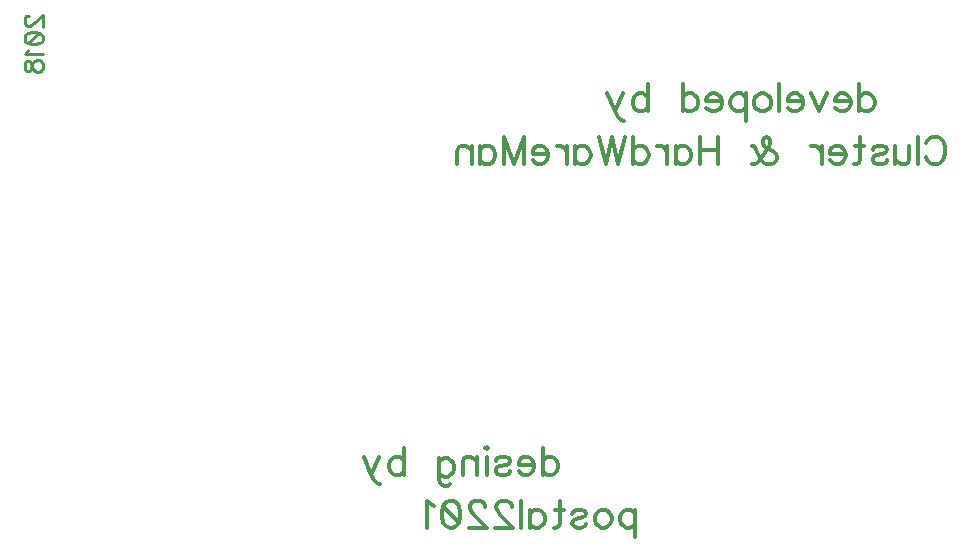
<source format=gbo>
G04 DipTrace 3.2.0.1*
G04 bottom_silk.gbo*
%MOIN*%
G04 #@! TF.FileFunction,Legend,Bot*
G04 #@! TF.Part,Single*
%ADD42C,0.013895*%
%ADD43C,0.009264*%
%FSLAX26Y26*%
G04*
G70*
G90*
G75*
G01*
G04 BotSilk*
%LPD*%
X3257640Y2182623D2*
D42*
Y2092191D1*
Y2139546D2*
X3266196Y2148201D1*
X3274851Y2152479D1*
X3287784D1*
X3296340Y2148201D1*
X3304995Y2139546D1*
X3309273Y2126613D1*
Y2118057D1*
X3304995Y2105124D1*
X3296340Y2096568D1*
X3287784Y2092191D1*
X3274851D1*
X3266196Y2096568D1*
X3257640Y2105124D1*
X3229849Y2126613D2*
X3178216D1*
Y2135268D1*
X3182494Y2143923D1*
X3186772Y2148201D1*
X3195427Y2152479D1*
X3208360D1*
X3216916Y2148201D1*
X3225571Y2139546D1*
X3229849Y2126613D1*
Y2118057D1*
X3225571Y2105124D1*
X3216916Y2096568D1*
X3208360Y2092191D1*
X3195427D1*
X3186772Y2096568D1*
X3178216Y2105124D1*
X3150426Y2152479D2*
X3124560Y2092191D1*
X3098793Y2152479D1*
X3071002Y2126613D2*
X3019369D1*
Y2135268D1*
X3023647Y2143923D1*
X3027925Y2148201D1*
X3036580Y2152479D1*
X3049513D1*
X3058069Y2148201D1*
X3066724Y2139546D1*
X3071002Y2126613D1*
Y2118057D1*
X3066724Y2105124D1*
X3058069Y2096568D1*
X3049513Y2092191D1*
X3036580D1*
X3027925Y2096568D1*
X3019369Y2105124D1*
X2991579Y2182623D2*
Y2092191D1*
X2942299Y2152479D2*
X2950855Y2148201D1*
X2959510Y2139546D1*
X2963788Y2126613D1*
Y2118057D1*
X2959510Y2105124D1*
X2950855Y2096568D1*
X2942299Y2092191D1*
X2929366D1*
X2920711Y2096568D1*
X2912155Y2105124D1*
X2907778Y2118057D1*
Y2126613D1*
X2912155Y2139546D1*
X2920711Y2148201D1*
X2929366Y2152479D1*
X2942299D1*
X2879987D2*
Y2062047D1*
Y2139546D2*
X2871332Y2148101D1*
X2862776Y2152479D1*
X2849843D1*
X2841188Y2148101D1*
X2832632Y2139546D1*
X2828255Y2126613D1*
Y2117957D1*
X2832632Y2105124D1*
X2841188Y2096469D1*
X2849843Y2092191D1*
X2862776D1*
X2871332Y2096469D1*
X2879987Y2105124D1*
X2800464Y2126613D2*
X2748832D1*
Y2135268D1*
X2753110Y2143923D1*
X2757387Y2148201D1*
X2766043Y2152479D1*
X2778976D1*
X2787531Y2148201D1*
X2796187Y2139546D1*
X2800464Y2126613D1*
Y2118057D1*
X2796187Y2105124D1*
X2787531Y2096568D1*
X2778976Y2092191D1*
X2766043D1*
X2757387Y2096568D1*
X2748832Y2105124D1*
X2669408Y2182623D2*
Y2092191D1*
Y2139546D2*
X2677964Y2148201D1*
X2686619Y2152479D1*
X2699552D1*
X2708108Y2148201D1*
X2716763Y2139546D1*
X2721041Y2126613D1*
Y2118057D1*
X2716763Y2105124D1*
X2708108Y2096568D1*
X2699552Y2092191D1*
X2686619D1*
X2677964Y2096568D1*
X2669408Y2105124D1*
X2554136Y2182623D2*
Y2092191D1*
Y2139546D2*
X2545481Y2148201D1*
X2536925Y2152479D1*
X2523992D1*
X2515436Y2148201D1*
X2506781Y2139546D1*
X2502503Y2126613D1*
Y2118057D1*
X2506781Y2105124D1*
X2515436Y2096568D1*
X2523992Y2092191D1*
X2536925D1*
X2545481Y2096568D1*
X2554136Y2105124D1*
X2470335Y2152479D2*
X2444568Y2092191D1*
X2453124Y2074980D1*
X2461779Y2066324D1*
X2470335Y2062047D1*
X2474712D1*
X2418702Y2152479D2*
X2444568Y2092191D1*
X3480808Y1986134D2*
X3485085Y1994690D1*
X3493741Y2003345D1*
X3502296Y2007623D1*
X3519507D1*
X3528162Y2003345D1*
X3536718Y1994690D1*
X3541096Y1986134D1*
X3545373Y1973201D1*
Y1951613D1*
X3541096Y1938779D1*
X3536718Y1930124D1*
X3528162Y1921568D1*
X3519507Y1917191D1*
X3502296D1*
X3493741Y1921568D1*
X3485085Y1930124D1*
X3480808Y1938779D1*
X3453017Y2007623D2*
Y1917191D1*
X3425226Y1977479D2*
Y1934402D1*
X3420948Y1921568D1*
X3412293Y1917191D1*
X3399360D1*
X3390804Y1921568D1*
X3377871Y1934402D1*
Y1977479D2*
Y1917191D1*
X3302726Y1964546D2*
X3307004Y1973201D1*
X3319937Y1977479D1*
X3332870D1*
X3345803Y1973201D1*
X3350081Y1964546D1*
X3345803Y1955990D1*
X3337148Y1951613D1*
X3315659Y1947335D1*
X3307004Y1943057D1*
X3302726Y1934402D1*
Y1930124D1*
X3307004Y1921568D1*
X3319937Y1917191D1*
X3332870D1*
X3345803Y1921568D1*
X3350081Y1930124D1*
X3262002Y2007623D2*
Y1934402D1*
X3257724Y1921568D1*
X3249069Y1917191D1*
X3240513D1*
X3274935Y1977479D2*
X3244791D1*
X3212723Y1951613D2*
X3161090D1*
Y1960268D1*
X3165368Y1968923D1*
X3169645Y1973201D1*
X3178301Y1977479D1*
X3191234D1*
X3199790Y1973201D1*
X3208445Y1964546D1*
X3212723Y1951613D1*
Y1943057D1*
X3208445Y1930124D1*
X3199790Y1921568D1*
X3191234Y1917191D1*
X3178301D1*
X3169645Y1921568D1*
X3161090Y1930124D1*
X3133299Y1977479D2*
Y1917191D1*
Y1951613D2*
X3128922Y1964546D1*
X3120366Y1973201D1*
X3111711Y1977479D1*
X3098778D1*
X2901729D2*
X2906106D1*
X2910384Y1973101D1*
X2914662Y1964546D1*
X2923317Y1943057D1*
X2931873Y1930124D1*
X2940428Y1921469D1*
X2949084Y1917191D1*
X2966294D1*
X2974850Y1921469D1*
X2979228Y1925846D1*
X2983505Y1934402D1*
Y1943057D1*
X2979228Y1951613D1*
X2974850Y1955890D1*
X2944806Y1973101D1*
X2940428Y1977479D1*
X2936150Y1986034D1*
Y1994690D1*
X2940428Y2003245D1*
X2949084Y2007523D1*
X2957639Y2003245D1*
X2962017Y1994690D1*
Y1986034D1*
X2957639Y1973101D1*
X2949084Y1960268D1*
X2927595Y1930124D1*
X2918940Y1921469D1*
X2910384Y1917191D1*
X2901729D1*
X2786456Y2007623D2*
Y1917191D1*
X2726168Y2007623D2*
Y1917191D1*
X2786456Y1964546D2*
X2726168D1*
X2646745Y1977479D2*
Y1917191D1*
Y1964546D2*
X2655300Y1973201D1*
X2663956Y1977479D1*
X2676789D1*
X2685444Y1973201D1*
X2694000Y1964546D1*
X2698378Y1951613D1*
Y1943057D1*
X2694000Y1930124D1*
X2685444Y1921568D1*
X2676789Y1917191D1*
X2663956D1*
X2655300Y1921568D1*
X2646745Y1930124D1*
X2618954Y1977479D2*
Y1917191D1*
Y1951613D2*
X2614577Y1964546D1*
X2606021Y1973201D1*
X2597366Y1977479D1*
X2584433D1*
X2505009Y2007623D2*
Y1917191D1*
Y1964546D2*
X2513565Y1973201D1*
X2522220Y1977479D1*
X2535153D1*
X2543709Y1973201D1*
X2552364Y1964546D1*
X2556642Y1951613D1*
Y1943057D1*
X2552364Y1930124D1*
X2543709Y1921568D1*
X2535153Y1917191D1*
X2522220D1*
X2513565Y1921568D1*
X2505009Y1930124D1*
X2477219Y2007623D2*
X2455630Y1917191D1*
X2434142Y2007623D1*
X2412653Y1917191D1*
X2391065Y2007623D1*
X2311641Y1977479D2*
Y1917191D1*
Y1964546D2*
X2320197Y1973201D1*
X2328852Y1977479D1*
X2341686D1*
X2350341Y1973201D1*
X2358897Y1964546D1*
X2363274Y1951613D1*
Y1943057D1*
X2358897Y1930124D1*
X2350341Y1921568D1*
X2341686Y1917191D1*
X2328852D1*
X2320197Y1921568D1*
X2311641Y1930124D1*
X2283850Y1977479D2*
Y1917191D1*
Y1951613D2*
X2279473Y1964546D1*
X2270917Y1973201D1*
X2262262Y1977479D1*
X2249329D1*
X2221538Y1951613D2*
X2169906D1*
Y1960268D1*
X2174184Y1968923D1*
X2178461Y1973201D1*
X2187117Y1977479D1*
X2200050D1*
X2208605Y1973201D1*
X2217261Y1964546D1*
X2221538Y1951613D1*
Y1943057D1*
X2217261Y1930124D1*
X2208605Y1921568D1*
X2200050Y1917191D1*
X2187117D1*
X2178461Y1921568D1*
X2169906Y1930124D1*
X2073271Y1917191D2*
Y2007623D1*
X2107693Y1917191D1*
X2142115Y2007623D1*
Y1917191D1*
X1993848Y1977479D2*
Y1917191D1*
Y1964546D2*
X2002404Y1973201D1*
X2011059Y1977479D1*
X2023892D1*
X2032548Y1973201D1*
X2041103Y1964546D1*
X2045481Y1951613D1*
Y1943057D1*
X2041103Y1930124D1*
X2032548Y1921568D1*
X2023892Y1917191D1*
X2011059D1*
X2002404Y1921568D1*
X1993848Y1930124D1*
X1966057Y1977479D2*
Y1917191D1*
Y1960268D2*
X1953124Y1973201D1*
X1944469Y1977479D1*
X1931635D1*
X1922980Y1973201D1*
X1918702Y1960268D1*
Y1917191D1*
X2202492Y970123D2*
Y879691D1*
Y927046D2*
X2211048Y935701D1*
X2219703Y939979D1*
X2232636D1*
X2241192Y935701D1*
X2249847Y927046D1*
X2254125Y914113D1*
Y905557D1*
X2249847Y892624D1*
X2241192Y884068D1*
X2232636Y879691D1*
X2219703D1*
X2211048Y884068D1*
X2202492Y892624D1*
X2174701Y914113D2*
X2123069D1*
Y922768D1*
X2127347Y931423D1*
X2131624Y935701D1*
X2140280Y939979D1*
X2153213D1*
X2161768Y935701D1*
X2170424Y927046D1*
X2174701Y914113D1*
Y905557D1*
X2170424Y892624D1*
X2161768Y884068D1*
X2153213Y879691D1*
X2140280D1*
X2131624Y884068D1*
X2123069Y892624D1*
X2047923Y927046D2*
X2052201Y935701D1*
X2065134Y939979D1*
X2078067D1*
X2091000Y935701D1*
X2095278Y927046D1*
X2091000Y918490D1*
X2082345Y914113D1*
X2060856Y909835D1*
X2052201Y905557D1*
X2047923Y896902D1*
Y892624D1*
X2052201Y884068D1*
X2065134Y879691D1*
X2078067D1*
X2091000Y884068D1*
X2095278Y892624D1*
X2020132Y970123D2*
X2015855Y965845D1*
X2011477Y970123D1*
X2015855Y974500D1*
X2020132Y970123D1*
X2015855Y939979D2*
Y879691D1*
X1983687Y939979D2*
Y879691D1*
Y922768D2*
X1970754Y935701D1*
X1962098Y939979D1*
X1949265D1*
X1940610Y935701D1*
X1936332Y922768D1*
Y879691D1*
X1856908Y935701D2*
Y866758D1*
X1861186Y853924D1*
X1865464Y849547D1*
X1874119Y845269D1*
X1887052D1*
X1895608Y849547D1*
X1856908Y922768D2*
X1865464Y931323D1*
X1874119Y935701D1*
X1887052D1*
X1895608Y931323D1*
X1904263Y922768D1*
X1908541Y909835D1*
Y901179D1*
X1904263Y888346D1*
X1895608Y879691D1*
X1887052Y875413D1*
X1874119D1*
X1865464Y879691D1*
X1856908Y888346D1*
X1741636Y970123D2*
Y879691D1*
Y927046D2*
X1732981Y935701D1*
X1724425Y939979D1*
X1711492D1*
X1702936Y935701D1*
X1694281Y927046D1*
X1690003Y914113D1*
Y905557D1*
X1694281Y892624D1*
X1702936Y884068D1*
X1711492Y879691D1*
X1724425D1*
X1732981Y884068D1*
X1741636Y892624D1*
X1657835Y939979D2*
X1632068Y879691D1*
X1640624Y862480D1*
X1649279Y853824D1*
X1657835Y849547D1*
X1662212D1*
X1606202Y939979D2*
X1632068Y879691D1*
X2512422Y764979D2*
Y674547D1*
Y752046D2*
X2503767Y760601D1*
X2495211Y764979D1*
X2482278D1*
X2473623Y760601D1*
X2465067Y752046D1*
X2460690Y739113D1*
Y730457D1*
X2465067Y717624D1*
X2473623Y708969D1*
X2482278Y704691D1*
X2495211D1*
X2503767Y708969D1*
X2512422Y717624D1*
X2411411Y764979D2*
X2419966Y760701D1*
X2428622Y752046D1*
X2432899Y739113D1*
Y730557D1*
X2428622Y717624D1*
X2419966Y709068D1*
X2411411Y704691D1*
X2398478D1*
X2389822Y709068D1*
X2381267Y717624D1*
X2376889Y730557D1*
Y739113D1*
X2381267Y752046D1*
X2389822Y760701D1*
X2398478Y764979D1*
X2411411D1*
X2301744Y752046D2*
X2306022Y760701D1*
X2318955Y764979D1*
X2331888D1*
X2344821Y760701D1*
X2349099Y752046D1*
X2344821Y743490D1*
X2336166Y739113D1*
X2314677Y734835D1*
X2306022Y730557D1*
X2301744Y721902D1*
Y717624D1*
X2306022Y709068D1*
X2318955Y704691D1*
X2331888D1*
X2344821Y709068D1*
X2349099Y717624D1*
X2261020Y795123D2*
Y721902D1*
X2256742Y709068D1*
X2248087Y704691D1*
X2239531D1*
X2273953Y764979D2*
X2243809D1*
X2160108D2*
Y704691D1*
Y752046D2*
X2168663Y760701D1*
X2177319Y764979D1*
X2190152D1*
X2198808Y760701D1*
X2207363Y752046D1*
X2211741Y739113D1*
Y730557D1*
X2207363Y717624D1*
X2198808Y709068D1*
X2190152Y704691D1*
X2177319D1*
X2168663Y709068D1*
X2160108Y717624D1*
X2132317Y795123D2*
Y704691D1*
X2100149Y773534D2*
Y777812D1*
X2095871Y786467D1*
X2091593Y790745D1*
X2082938Y795023D1*
X2065727D1*
X2057172Y790745D1*
X2052894Y786467D1*
X2048516Y777812D1*
Y769257D1*
X2052894Y760601D1*
X2061449Y747768D1*
X2104526Y704691D1*
X2044238D1*
X2012070Y773534D2*
Y777812D1*
X2007793Y786467D1*
X2003515Y790745D1*
X1994860Y795023D1*
X1977649D1*
X1969093Y790745D1*
X1964815Y786467D1*
X1960438Y777812D1*
Y769257D1*
X1964815Y760601D1*
X1973371Y747768D1*
X2016448Y704691D1*
X1956160D1*
X1902503Y795023D2*
X1915436Y790745D1*
X1924091Y777812D1*
X1928369Y756323D1*
Y743390D1*
X1924091Y721902D1*
X1915436Y708969D1*
X1902503Y704691D1*
X1893947D1*
X1881014Y708969D1*
X1872459Y721902D1*
X1868081Y743390D1*
Y756323D1*
X1872459Y777812D1*
X1881014Y790745D1*
X1893947Y795023D1*
X1902503D1*
X1872459Y777812D2*
X1924091Y721902D1*
X1840291Y777812D2*
X1831635Y782190D1*
X1818702Y795023D1*
Y704691D1*
X490143Y2411871D2*
D43*
X487291D1*
X481521Y2409019D1*
X478669Y2406167D1*
X475817Y2400397D1*
Y2388923D1*
X478669Y2383220D1*
X481521Y2380368D1*
X487291Y2377449D1*
X492995D1*
X498765Y2380368D1*
X507321Y2386071D1*
X536039Y2414789D1*
Y2374597D1*
X475817Y2338826D2*
X478669Y2347448D1*
X487291Y2353219D1*
X501617Y2356070D1*
X510239D1*
X524565Y2353218D1*
X533187Y2347448D1*
X536039Y2338826D1*
Y2333122D1*
X533187Y2324500D1*
X524565Y2318797D1*
X510239Y2315878D1*
X501617D1*
X487291Y2318797D1*
X478669Y2324500D1*
X475817Y2333123D1*
Y2338826D1*
X487291Y2318797D2*
X524565Y2353218D1*
X487291Y2297351D2*
X484373Y2291581D1*
X475817Y2282959D1*
X536039D1*
X475817Y2250106D2*
X478669Y2258662D1*
X484373Y2261580D1*
X490143D1*
X495847Y2258662D1*
X498765Y2252958D1*
X501617Y2241484D1*
X504469Y2232862D1*
X510239Y2227158D1*
X515943Y2224306D1*
X524565D1*
X530269Y2227158D1*
X533187Y2230010D1*
X536039Y2238632D1*
Y2250106D1*
X533187Y2258662D1*
X530269Y2261580D1*
X524565Y2264432D1*
X515943D1*
X510239Y2261580D1*
X504469Y2255810D1*
X501617Y2247254D1*
X498765Y2235780D1*
X495847Y2230010D1*
X490143Y2227158D1*
X484373D1*
X478669Y2230010D1*
X475817Y2238632D1*
Y2250106D1*
M02*

</source>
